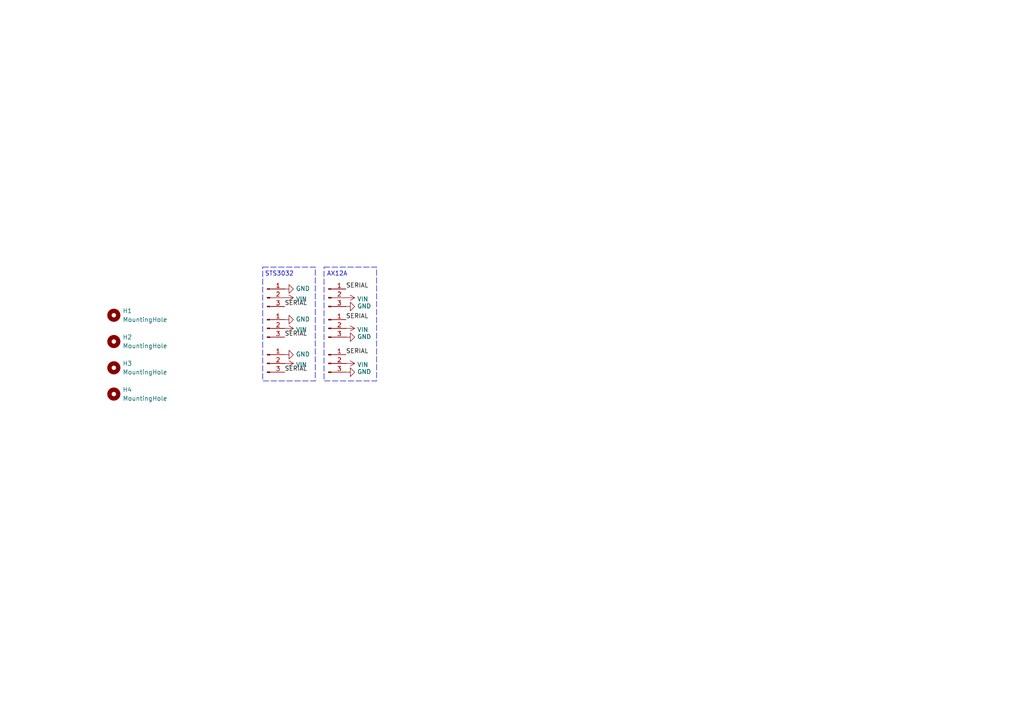
<source format=kicad_sch>
(kicad_sch (version 20250114) (generator "eeschema") (generator_version "9.0")
  (paper "A4")
  (lib_symbols
    (symbol "Connector:Conn_01x03_Pin" (pin_names (offset 1.016) (hide yes))
      (property "Reference" "J" (at 0 5.08 0))
      (property "Value" "Conn_01x03_Pin" (at 0 -5.08 0))
      (symbol "Conn_01x03_Pin_1_1"
        (rectangle (start 0.8636 2.667) (end 0 2.413) (stroke (width 0.1524)) (fill (type outline)))
        (rectangle (start 0.8636 0.127) (end 0 -0.127) (stroke (width 0.1524)) (fill (type outline)))
        (rectangle (start 0.8636 -2.413) (end 0 -2.667) (stroke (width 0.1524)) (fill (type outline)))
        (polyline (pts (xy 1.27 2.54) (xy 0.8636 2.54)) (stroke (width 0.1524)))
        (polyline (pts (xy 1.27 0) (xy 0.8636 0)) (stroke (width 0.1524)))
        (polyline (pts (xy 1.27 -2.54) (xy 0.8636 -2.54)) (stroke (width 0.1524)))
        (pin passive line (at 5.08 2.54 180) (length 3.81) (name "Pin_1") (number "1"))
        (pin passive line (at 5.08 0 180) (length 3.81) (name "Pin_2") (number "2"))
        (pin passive line (at 5.08 -2.54 180) (length 3.81) (name "Pin_3") (number "3"))
      )
    )
    (symbol "Mechanical:MountingHole" (pin_names (offset 1.016)) (exclude_from_sim yes) (in_bom no)
      (property "Reference" "H" (at 0 5.08 0))
      (property "Value" "MountingHole" (at 0 3.175 0))
      (symbol "MountingHole_0_1"
        (circle (center 0 0) (radius 1.27) (stroke (width 1.27)))
      )
    )
    (symbol "power:+12V" (power) (pin_numbers (hide yes)) (pin_names (offset 0) (hide yes))
      (property "Value" "+12V" (at 0 3.556 0))
      (symbol "+12V_0_1"
        (polyline (pts (xy -0.762 1.27) (xy 0 2.54)))
        (polyline (pts (xy 0 2.54) (xy 0.762 1.27)))
        (polyline (pts (xy 0 0) (xy 0 2.54)))
      )
      (symbol "+12V_1_1"
        (pin power_in line (at 0 0 90) (length 0) (name "~") (number "1"))
      )
    )
    (symbol "power:GND" (power) (pin_numbers (hide yes)) (pin_names (offset 0) (hide yes))
      (property "Value" "GND" (at 0 -3.81 0))
      (symbol "GND_0_1"
        (polyline (pts (xy 0 0) (xy 0 -1.27) (xy 1.27 -1.27) (xy 0 -2.54) (xy -1.27 -1.27) (xy 0 -1.27)))
      )
      (symbol "GND_1_1"
        (pin power_in line (at 0 0 270) (length 0) (name "~") (number "1"))
      )
    )
  )
  (rectangle (start 93.98 77.47) (end 109.22 110.49) (stroke (width 0) (type dash)))
  (rectangle (start 76.2 77.47) (end 91.44 110.49) (stroke (width 0) (type dash)))
  (text "AX12A" (at 97.79 79.502 0) (effects (font (size 1.27 1.27))))
  (text "STS3032" (at 81.026 79.502 0) (effects (font (size 1.27 1.27))))
  (label "SERIAL" (at 100.33 83.82 0))
  (label "SERIAL" (at 82.55 107.95 0))
  (label "SERIAL" (at 100.33 92.71 0))
  (label "SERIAL" (at 82.55 88.9 0))
  (label "SERIAL" (at 100.33 102.87 0))
  (label "SERIAL" (at 82.55 97.79 0))
  (symbol (lib_id "power:GND") (at 82.55 83.82 90) (unit 1)
    (property "Reference" "#PWR0133" (effects (hide yes)))
    (property "Value" "GND" (at 85.8012 83.693 90) (effects (justify right)))
  )
  (symbol (lib_id "Mechanical:MountingHole") (at 33.02 91.44 0) (unit 1) (exclude_from_sim yes) (in_bom no)
    (property "Reference" "H1" (at 35.56 90.1699 0) (effects (justify left)))
    (property "Value" "MountingHole" (at 35.56 92.7099 0) (effects (justify left)))
    (property "Footprint" "MountingHole:MountingHole_3.2mm_M3" (effects (hide yes)))
    (property "Description" "Mounting Hole without connection" (effects (hide yes)))
  )
  (symbol (lib_id "Mechanical:MountingHole") (at 33.02 99.06 0) (unit 1) (exclude_from_sim yes) (in_bom no)
    (property "Reference" "H2" (at 35.56 97.7899 0) (effects (justify left)))
    (property "Value" "MountingHole" (at 35.56 100.3299 0) (effects (justify left)))
    (property "Footprint" "MountingHole:MountingHole_3.2mm_M3" (effects (hide yes)))
    (property "Description" "Mounting Hole without connection" (effects (hide yes)))
  )
  (symbol (lib_id "Mechanical:MountingHole") (at 33.02 114.3 0) (unit 1) (exclude_from_sim yes) (in_bom no)
    (property "Reference" "H4" (at 35.56 113.0299 0) (effects (justify left)))
    (property "Value" "MountingHole" (at 35.56 115.5699 0) (effects (justify left)))
    (property "Footprint" "MountingHole:MountingHole_3.2mm_M3" (effects (hide yes)))
    (property "Description" "Mounting Hole without connection" (effects (hide yes)))
  )
  (symbol (lib_id "power:+12V") (at 82.55 105.41 270) (unit 1)
    (property "Reference" "#PWR0142" (effects (hide yes)))
    (property "Value" "VIN" (at 85.8012 105.791 90) (effects (justify left)))
  )
  (symbol (lib_id "Connector:Conn_01x03_Pin") (at 95.25 105.41 0) (unit 1)
    (property "Reference" "J6" (effects (hide yes)))
    (property "Value" "Conn_01x03_Pin" (effects (hide yes)))
    (property "Footprint" "Connector_Molex:Molex_SPOX_5267-03A_1x03_P2.50mm_Vertical" (effects (hide yes)))
    (property "Description" "Generic connector, single row, 01x03, script generated" (effects (hide yes)))
  )
  (symbol (lib_id "power:+12V") (at 82.55 86.36 270) (unit 1)
    (property "Reference" "#PWR0140" (effects (hide yes)))
    (property "Value" "VIN" (at 85.8012 86.741 90) (effects (justify left)))
  )
  (symbol (lib_id "power:GND") (at 100.33 107.95 90) (unit 1)
    (property "Reference" "#PWR0143" (effects (hide yes)))
    (property "Value" "GND" (at 103.5812 107.823 90) (effects (justify right)))
  )
  (symbol (lib_id "power:+12V") (at 100.33 105.41 270) (unit 1)
    (property "Reference" "#PWR0146" (effects (hide yes)))
    (property "Value" "VIN" (at 103.5812 105.791 90) (effects (justify left)))
  )
  (symbol (lib_id "Connector:Conn_01x03_Pin") (at 77.47 95.25 0) (unit 1)
    (property "Reference" "J2" (effects (hide yes)))
    (property "Value" "Conn_01x03_Pin" (effects (hide yes)))
    (property "Footprint" "Connector_Molex:Molex_SPOX_5267-03A_1x03_P2.50mm_Vertical" (effects (hide yes)))
    (property "Description" "Generic connector, single row, 01x03, script generated" (effects (hide yes)))
  )
  (symbol (lib_id "Connector:Conn_01x03_Pin") (at 77.47 86.36 0) (unit 1)
    (property "Reference" "J1" (effects (hide yes)))
    (property "Value" "Conn_01x03_Pin" (effects (hide yes)))
    (property "Footprint" "Connector_Molex:Molex_SPOX_5267-03A_1x03_P2.50mm_Vertical" (effects (hide yes)))
    (property "Description" "Generic connector, single row, 01x03, script generated" (effects (hide yes)))
  )
  (symbol (lib_id "power:GND") (at 100.33 88.9 90) (unit 1)
    (property "Reference" "#PWR0139" (effects (hide yes)))
    (property "Value" "GND" (at 103.5812 88.773 90) (effects (justify right)))
  )
  (symbol (lib_id "power:GND") (at 82.55 102.87 90) (unit 1)
    (property "Reference" "#PWR0137" (effects (hide yes)))
    (property "Value" "GND" (at 85.8012 102.743 90) (effects (justify right)))
  )
  (symbol (lib_id "power:GND") (at 82.55 92.71 90) (unit 1)
    (property "Reference" "#PWR0135" (effects (hide yes)))
    (property "Value" "GND" (at 85.8012 92.583 90) (effects (justify right)))
  )
  (symbol (lib_id "power:+12V") (at 82.55 95.25 270) (unit 1)
    (property "Reference" "#PWR0136" (effects (hide yes)))
    (property "Value" "VIN" (at 85.8012 95.631 90) (effects (justify left)))
  )
  (symbol (lib_id "power:GND") (at 100.33 97.79 90) (unit 1)
    (property "Reference" "#PWR0141" (effects (hide yes)))
    (property "Value" "GND" (at 103.5812 97.663 90) (effects (justify right)))
  )
  (symbol (lib_id "Connector:Conn_01x03_Pin") (at 77.47 105.41 0) (unit 1)
    (property "Reference" "J3" (effects (hide yes)))
    (property "Value" "Conn_01x03_Pin" (effects (hide yes)))
    (property "Footprint" "Connector_Molex:Molex_SPOX_5267-03A_1x03_P2.50mm_Vertical" (effects (hide yes)))
    (property "Description" "Generic connector, single row, 01x03, script generated" (effects (hide yes)))
  )
  (symbol (lib_id "power:+12V") (at 100.33 95.25 270) (unit 1)
    (property "Reference" "#PWR0145" (effects (hide yes)))
    (property "Value" "VIN" (at 103.5812 95.631 90) (effects (justify left)))
  )
  (symbol (lib_id "Connector:Conn_01x03_Pin") (at 95.25 86.36 0) (unit 1)
    (property "Reference" "J4" (effects (hide yes)))
    (property "Value" "Conn_01x03_Pin" (effects (hide yes)))
    (property "Footprint" "Connector_Molex:Molex_SPOX_5267-03A_1x03_P2.50mm_Vertical" (effects (hide yes)))
    (property "Description" "Generic connector, single row, 01x03, script generated" (effects (hide yes)))
  )
  (symbol (lib_id "Connector:Conn_01x03_Pin") (at 95.25 95.25 0) (unit 1)
    (property "Reference" "J5" (effects (hide yes)))
    (property "Value" "Conn_01x03_Pin" (effects (hide yes)))
    (property "Footprint" "Connector_Molex:Molex_SPOX_5267-03A_1x03_P2.50mm_Vertical" (effects (hide yes)))
    (property "Description" "Generic connector, single row, 01x03, script generated" (effects (hide yes)))
  )
  (symbol (lib_id "power:+12V") (at 100.33 86.36 270) (unit 1)
    (property "Reference" "#PWR0138" (effects (hide yes)))
    (property "Value" "VIN" (at 103.5812 86.741 90) (effects (justify left)))
  )
  (symbol (lib_id "Mechanical:MountingHole") (at 33.02 106.68 0) (unit 1) (exclude_from_sim yes) (in_bom no)
    (property "Reference" "H3" (at 35.56 105.4099 0) (effects (justify left)))
    (property "Value" "MountingHole" (at 35.56 107.9499 0) (effects (justify left)))
    (property "Footprint" "MountingHole:MountingHole_3.2mm_M3" (effects (hide yes)))
    (property "Description" "Mounting Hole without connection" (effects (hide yes)))
  )
)
</source>
